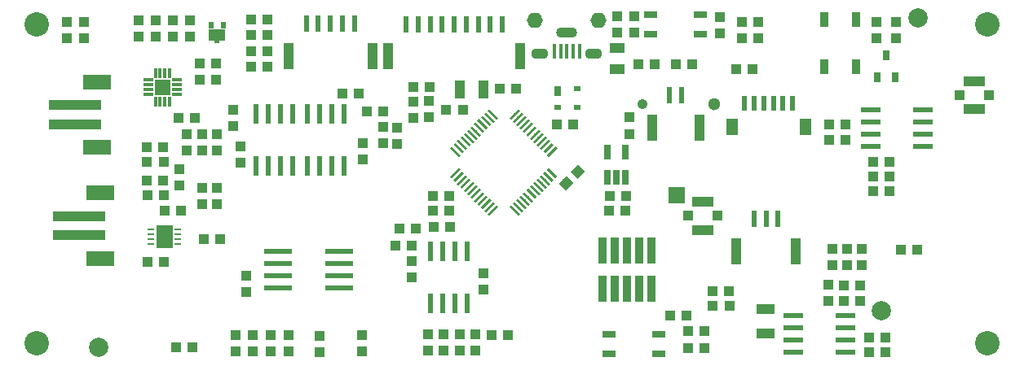
<source format=gbr>
G04 #@! TF.GenerationSoftware,KiCad,Pcbnew,(5.0.0)*
G04 #@! TF.CreationDate,2018-12-27T15:43:29-06:00*
G04 #@! TF.ProjectId,fk-core,666B2D636F72652E6B696361645F7063,0.1*
G04 #@! TF.SameCoordinates,PX791ddc0PY791ddc0*
G04 #@! TF.FileFunction,Soldermask,Top*
G04 #@! TF.FilePolarity,Negative*
%FSLAX46Y46*%
G04 Gerber Fmt 4.6, Leading zero omitted, Abs format (unit mm)*
G04 Created by KiCad (PCBNEW (5.0.0)) date 12/27/18 15:43:29*
%MOMM*%
%LPD*%
G01*
G04 APERTURE LIST*
%ADD10C,0.250000*%
%ADD11C,0.100000*%
%ADD12R,1.000000X1.100000*%
%ADD13R,1.100000X1.000000*%
%ADD14R,0.600000X1.700000*%
%ADD15R,1.000000X2.800000*%
%ADD16R,5.500000X1.000000*%
%ADD17R,3.000000X1.600000*%
%ADD18O,1.651000X1.600000*%
%ADD19R,0.450000X1.500000*%
%ADD20O,1.800000X1.100000*%
%ADD21O,2.200000X1.100000*%
%ADD22R,0.700000X0.250000*%
%ADD23R,1.660000X2.380000*%
%ADD24R,0.650000X1.560000*%
%ADD25R,1.700000X1.700000*%
%ADD26R,3.000000X0.600000*%
%ADD27R,0.600000X2.000000*%
%ADD28R,1.500000X1.000000*%
%ADD29R,1.450000X0.700000*%
%ADD30C,1.050000*%
%ADD31C,1.300000*%
%ADD32R,0.900000X1.500000*%
%ADD33R,0.600000X0.700000*%
%ADD34R,1.800000X1.300000*%
%ADD35R,0.600000X0.450000*%
%ADD36R,0.700000X1.000000*%
%ADD37R,0.700000X0.600000*%
%ADD38C,2.000000*%
%ADD39R,0.650000X1.050000*%
%ADD40R,0.890000X0.890000*%
%ADD41R,0.990000X0.420000*%
%ADD42R,0.420000X0.990000*%
%ADD43R,0.440000X0.990000*%
%ADD44R,2.000000X0.600000*%
%ADD45R,1.100000X1.900000*%
%ADD46R,1.900000X1.100000*%
%ADD47R,0.600000X1.550000*%
%ADD48R,1.200000X1.800000*%
%ADD49R,0.950000X2.700000*%
%ADD50C,1.000000*%
%ADD51R,2.200000X1.050000*%
%ADD52R,1.050000X1.000000*%
%ADD53C,2.540000*%
G04 APERTURE END LIST*
D10*
G04 #@! TO.C,U2*
X-3493571Y6519058D03*
D11*
G36*
X-4041579Y6890289D02*
X-3864802Y7067066D01*
X-2945563Y6147827D01*
X-3122340Y5971050D01*
X-4041579Y6890289D01*
X-4041579Y6890289D01*
G37*
D10*
X-3847124Y6165505D03*
D11*
G36*
X-4395132Y6536736D02*
X-4218355Y6713513D01*
X-3299116Y5794274D01*
X-3475893Y5617497D01*
X-4395132Y6536736D01*
X-4395132Y6536736D01*
G37*
D10*
X-4200678Y5811951D03*
D11*
G36*
X-4748686Y6183182D02*
X-4571909Y6359959D01*
X-3652670Y5440720D01*
X-3829447Y5263943D01*
X-4748686Y6183182D01*
X-4748686Y6183182D01*
G37*
D10*
X-4554231Y5458398D03*
D11*
G36*
X-5102239Y5829629D02*
X-4925462Y6006406D01*
X-4006223Y5087167D01*
X-4183000Y4910390D01*
X-5102239Y5829629D01*
X-5102239Y5829629D01*
G37*
D10*
X-4907784Y5104845D03*
D11*
G36*
X-5455792Y5476076D02*
X-5279015Y5652853D01*
X-4359776Y4733614D01*
X-4536553Y4556837D01*
X-5455792Y5476076D01*
X-5455792Y5476076D01*
G37*
D10*
X-5261338Y4751291D03*
D11*
G36*
X-5809346Y5122522D02*
X-5632569Y5299299D01*
X-4713330Y4380060D01*
X-4890107Y4203283D01*
X-5809346Y5122522D01*
X-5809346Y5122522D01*
G37*
D10*
X-5614891Y4397738D03*
D11*
G36*
X-6162899Y4768969D02*
X-5986122Y4945746D01*
X-5066883Y4026507D01*
X-5243660Y3849730D01*
X-6162899Y4768969D01*
X-6162899Y4768969D01*
G37*
D10*
X-5968445Y4044184D03*
D11*
G36*
X-6516453Y4415415D02*
X-6339676Y4592192D01*
X-5420437Y3672953D01*
X-5597214Y3496176D01*
X-6516453Y4415415D01*
X-6516453Y4415415D01*
G37*
D10*
X-6321998Y3690631D03*
D11*
G36*
X-6870006Y4061862D02*
X-6693229Y4238639D01*
X-5773990Y3319400D01*
X-5950767Y3142623D01*
X-6870006Y4061862D01*
X-6870006Y4061862D01*
G37*
D10*
X-6675551Y3337078D03*
D11*
G36*
X-7223559Y3708309D02*
X-7046782Y3885086D01*
X-6127543Y2965847D01*
X-6304320Y2789070D01*
X-7223559Y3708309D01*
X-7223559Y3708309D01*
G37*
D10*
X-7029105Y2983524D03*
D11*
G36*
X-7577113Y3354755D02*
X-7400336Y3531532D01*
X-6481097Y2612293D01*
X-6657874Y2435516D01*
X-7577113Y3354755D01*
X-7577113Y3354755D01*
G37*
D10*
X-7382658Y2629971D03*
D11*
G36*
X-7930666Y3001202D02*
X-7753889Y3177979D01*
X-6834650Y2258740D01*
X-7011427Y2081963D01*
X-7930666Y3001202D01*
X-7930666Y3001202D01*
G37*
D10*
X-7382658Y367229D03*
D11*
G36*
X-7753889Y-180779D02*
X-7930666Y-4002D01*
X-7011427Y915237D01*
X-6834650Y738460D01*
X-7753889Y-180779D01*
X-7753889Y-180779D01*
G37*
D10*
X-7029105Y13676D03*
D11*
G36*
X-7400336Y-534332D02*
X-7577113Y-357555D01*
X-6657874Y561684D01*
X-6481097Y384907D01*
X-7400336Y-534332D01*
X-7400336Y-534332D01*
G37*
D10*
X-6675551Y-339878D03*
D11*
G36*
X-7046782Y-887886D02*
X-7223559Y-711109D01*
X-6304320Y208130D01*
X-6127543Y31353D01*
X-7046782Y-887886D01*
X-7046782Y-887886D01*
G37*
D10*
X-6321998Y-693431D03*
D11*
G36*
X-6693229Y-1241439D02*
X-6870006Y-1064662D01*
X-5950767Y-145423D01*
X-5773990Y-322200D01*
X-6693229Y-1241439D01*
X-6693229Y-1241439D01*
G37*
D10*
X-5968445Y-1046984D03*
D11*
G36*
X-6339676Y-1594992D02*
X-6516453Y-1418215D01*
X-5597214Y-498976D01*
X-5420437Y-675753D01*
X-6339676Y-1594992D01*
X-6339676Y-1594992D01*
G37*
D10*
X-5614891Y-1400538D03*
D11*
G36*
X-5986122Y-1948546D02*
X-6162899Y-1771769D01*
X-5243660Y-852530D01*
X-5066883Y-1029307D01*
X-5986122Y-1948546D01*
X-5986122Y-1948546D01*
G37*
D10*
X-5261338Y-1754091D03*
D11*
G36*
X-5632569Y-2302099D02*
X-5809346Y-2125322D01*
X-4890107Y-1206083D01*
X-4713330Y-1382860D01*
X-5632569Y-2302099D01*
X-5632569Y-2302099D01*
G37*
D10*
X-4907784Y-2107645D03*
D11*
G36*
X-5279015Y-2655653D02*
X-5455792Y-2478876D01*
X-4536553Y-1559637D01*
X-4359776Y-1736414D01*
X-5279015Y-2655653D01*
X-5279015Y-2655653D01*
G37*
D10*
X-4554231Y-2461198D03*
D11*
G36*
X-4925462Y-3009206D02*
X-5102239Y-2832429D01*
X-4183000Y-1913190D01*
X-4006223Y-2089967D01*
X-4925462Y-3009206D01*
X-4925462Y-3009206D01*
G37*
D10*
X-4200678Y-2814751D03*
D11*
G36*
X-4571909Y-3362759D02*
X-4748686Y-3185982D01*
X-3829447Y-2266743D01*
X-3652670Y-2443520D01*
X-4571909Y-3362759D01*
X-4571909Y-3362759D01*
G37*
D10*
X-3847124Y-3168305D03*
D11*
G36*
X-4218355Y-3716313D02*
X-4395132Y-3539536D01*
X-3475893Y-2620297D01*
X-3299116Y-2797074D01*
X-4218355Y-3716313D01*
X-4218355Y-3716313D01*
G37*
D10*
X-3493571Y-3521858D03*
D11*
G36*
X-3864802Y-4069866D02*
X-4041579Y-3893089D01*
X-3122340Y-2973850D01*
X-2945563Y-3150627D01*
X-3864802Y-4069866D01*
X-3864802Y-4069866D01*
G37*
D10*
X-1230829Y-3521858D03*
D11*
G36*
X-1778837Y-3150627D02*
X-1602060Y-2973850D01*
X-682821Y-3893089D01*
X-859598Y-4069866D01*
X-1778837Y-3150627D01*
X-1778837Y-3150627D01*
G37*
D10*
X-877276Y-3168305D03*
D11*
G36*
X-1425284Y-2797074D02*
X-1248507Y-2620297D01*
X-329268Y-3539536D01*
X-506045Y-3716313D01*
X-1425284Y-2797074D01*
X-1425284Y-2797074D01*
G37*
D10*
X-523722Y-2814751D03*
D11*
G36*
X-1071730Y-2443520D02*
X-894953Y-2266743D01*
X24286Y-3185982D01*
X-152491Y-3362759D01*
X-1071730Y-2443520D01*
X-1071730Y-2443520D01*
G37*
D10*
X-170169Y-2461198D03*
D11*
G36*
X-718177Y-2089967D02*
X-541400Y-1913190D01*
X377839Y-2832429D01*
X201062Y-3009206D01*
X-718177Y-2089967D01*
X-718177Y-2089967D01*
G37*
D10*
X183384Y-2107645D03*
D11*
G36*
X-364624Y-1736414D02*
X-187847Y-1559637D01*
X731392Y-2478876D01*
X554615Y-2655653D01*
X-364624Y-1736414D01*
X-364624Y-1736414D01*
G37*
D10*
X536938Y-1754091D03*
D11*
G36*
X-11070Y-1382860D02*
X165707Y-1206083D01*
X1084946Y-2125322D01*
X908169Y-2302099D01*
X-11070Y-1382860D01*
X-11070Y-1382860D01*
G37*
D10*
X890491Y-1400538D03*
D11*
G36*
X342483Y-1029307D02*
X519260Y-852530D01*
X1438499Y-1771769D01*
X1261722Y-1948546D01*
X342483Y-1029307D01*
X342483Y-1029307D01*
G37*
D10*
X1244045Y-1046984D03*
D11*
G36*
X696037Y-675753D02*
X872814Y-498976D01*
X1792053Y-1418215D01*
X1615276Y-1594992D01*
X696037Y-675753D01*
X696037Y-675753D01*
G37*
D10*
X1597598Y-693431D03*
D11*
G36*
X1049590Y-322200D02*
X1226367Y-145423D01*
X2145606Y-1064662D01*
X1968829Y-1241439D01*
X1049590Y-322200D01*
X1049590Y-322200D01*
G37*
D10*
X1951151Y-339878D03*
D11*
G36*
X1403143Y31353D02*
X1579920Y208130D01*
X2499159Y-711109D01*
X2322382Y-887886D01*
X1403143Y31353D01*
X1403143Y31353D01*
G37*
D10*
X2304705Y13676D03*
D11*
G36*
X1756697Y384907D02*
X1933474Y561684D01*
X2852713Y-357555D01*
X2675936Y-534332D01*
X1756697Y384907D01*
X1756697Y384907D01*
G37*
D10*
X2658258Y367229D03*
D11*
G36*
X2110250Y738460D02*
X2287027Y915237D01*
X3206266Y-4002D01*
X3029489Y-180779D01*
X2110250Y738460D01*
X2110250Y738460D01*
G37*
D10*
X2658258Y2629971D03*
D11*
G36*
X2287027Y2081963D02*
X2110250Y2258740D01*
X3029489Y3177979D01*
X3206266Y3001202D01*
X2287027Y2081963D01*
X2287027Y2081963D01*
G37*
D10*
X2304705Y2983524D03*
D11*
G36*
X1933474Y2435516D02*
X1756697Y2612293D01*
X2675936Y3531532D01*
X2852713Y3354755D01*
X1933474Y2435516D01*
X1933474Y2435516D01*
G37*
D10*
X1951151Y3337078D03*
D11*
G36*
X1579920Y2789070D02*
X1403143Y2965847D01*
X2322382Y3885086D01*
X2499159Y3708309D01*
X1579920Y2789070D01*
X1579920Y2789070D01*
G37*
D10*
X1597598Y3690631D03*
D11*
G36*
X1226367Y3142623D02*
X1049590Y3319400D01*
X1968829Y4238639D01*
X2145606Y4061862D01*
X1226367Y3142623D01*
X1226367Y3142623D01*
G37*
D10*
X1244045Y4044184D03*
D11*
G36*
X872814Y3496176D02*
X696037Y3672953D01*
X1615276Y4592192D01*
X1792053Y4415415D01*
X872814Y3496176D01*
X872814Y3496176D01*
G37*
D10*
X890491Y4397738D03*
D11*
G36*
X519260Y3849730D02*
X342483Y4026507D01*
X1261722Y4945746D01*
X1438499Y4768969D01*
X519260Y3849730D01*
X519260Y3849730D01*
G37*
D10*
X536938Y4751291D03*
D11*
G36*
X165707Y4203283D02*
X-11070Y4380060D01*
X908169Y5299299D01*
X1084946Y5122522D01*
X165707Y4203283D01*
X165707Y4203283D01*
G37*
D10*
X183384Y5104845D03*
D11*
G36*
X-187847Y4556837D02*
X-364624Y4733614D01*
X554615Y5652853D01*
X731392Y5476076D01*
X-187847Y4556837D01*
X-187847Y4556837D01*
G37*
D10*
X-170169Y5458398D03*
D11*
G36*
X-541400Y4910390D02*
X-718177Y5087167D01*
X201062Y6006406D01*
X377839Y5829629D01*
X-541400Y4910390D01*
X-541400Y4910390D01*
G37*
D10*
X-523722Y5811951D03*
D11*
G36*
X-894953Y5263943D02*
X-1071730Y5440720D01*
X-152491Y6359959D01*
X24286Y6183182D01*
X-894953Y5263943D01*
X-894953Y5263943D01*
G37*
D10*
X-877276Y6165505D03*
D11*
G36*
X-1248507Y5617497D02*
X-1425284Y5794274D01*
X-506045Y6713513D01*
X-329268Y6536736D01*
X-1248507Y5617497D01*
X-1248507Y5617497D01*
G37*
D10*
X-1230829Y6519058D03*
D11*
G36*
X-1602060Y5971050D02*
X-1778837Y6147827D01*
X-859598Y7067066D01*
X-682821Y6890289D01*
X-1602060Y5971050D01*
X-1602060Y5971050D01*
G37*
G04 #@! TD*
D12*
G04 #@! TO.C,D4*
X-45974000Y16090000D03*
X-45974000Y14390000D03*
G04 #@! TD*
D13*
G04 #@! TO.C,R48*
X23456000Y11176000D03*
X21756000Y11176000D03*
G04 #@! TD*
D12*
G04 #@! TO.C,R47*
X-47752000Y14390000D03*
X-47752000Y16090000D03*
G04 #@! TD*
D14*
G04 #@! TO.C,J17*
X-2493000Y15894600D03*
X-3743000Y15894600D03*
X-4993000Y15894600D03*
X-6243000Y15894600D03*
X-7493000Y15894600D03*
X-8743000Y15894600D03*
X-9993000Y15894600D03*
X-11243000Y15894600D03*
X-12493000Y15894600D03*
D15*
X-643000Y12544600D03*
X-14343000Y12544600D03*
G04 #@! TD*
D16*
G04 #@! TO.C,J3*
X-46863000Y7477000D03*
X-46863000Y5477000D03*
D17*
X-44613000Y9877000D03*
X-44613000Y3077000D03*
G04 #@! TD*
D16*
G04 #@! TO.C,J10*
X-46482000Y-4096000D03*
X-46482000Y-6096000D03*
D17*
X-44232000Y-1696000D03*
X-44232000Y-8496000D03*
G04 #@! TD*
D18*
G04 #@! TO.C,J9*
X861000Y16259000D03*
X7461000Y16259000D03*
G04 #@! TD*
D19*
G04 #@! TO.C,J16*
X5491000Y13077000D03*
D20*
X6991000Y12827000D03*
X1391000Y12827000D03*
D19*
X4191000Y13077000D03*
X4841000Y13077000D03*
X3541000Y13077000D03*
X2891000Y13077000D03*
D21*
X4191000Y14977000D03*
G04 #@! TD*
D22*
G04 #@! TO.C,U15*
X-36192000Y-6973000D03*
X-36192000Y-6473000D03*
X-36192000Y-5973000D03*
X-36192000Y-5473000D03*
X-38992000Y-5473000D03*
X-38992000Y-5973000D03*
X-38992000Y-6473000D03*
X-38992000Y-6973000D03*
D23*
X-37592000Y-6223000D03*
G04 #@! TD*
D13*
G04 #@! TO.C,C39*
X-39419000Y-381000D03*
X-37719000Y-381000D03*
G04 #@! TD*
G04 #@! TO.C,C40*
X-37553000Y-3556000D03*
X-35853000Y-3556000D03*
G04 #@! TD*
D12*
G04 #@! TO.C,R46*
X-33655000Y-1182000D03*
X-33655000Y-2882000D03*
G04 #@! TD*
G04 #@! TO.C,R45*
X-32131000Y-2882000D03*
X-32131000Y-1182000D03*
G04 #@! TD*
D13*
G04 #@! TO.C,R44*
X-39331000Y-8890000D03*
X-37631000Y-8890000D03*
G04 #@! TD*
G04 #@! TO.C,R43*
X-31789000Y-6477000D03*
X-33489000Y-6477000D03*
G04 #@! TD*
G04 #@! TO.C,R42*
X-39331000Y-1905000D03*
X-37631000Y-1905000D03*
G04 #@! TD*
D24*
G04 #@! TO.C,U4*
X8397200Y-105400D03*
X9347200Y-105400D03*
X10297200Y-105400D03*
X10297200Y2594600D03*
X8397200Y2594600D03*
G04 #@! TD*
D14*
G04 #@! TO.C,J6*
X-17864200Y15923000D03*
X-19114200Y15923000D03*
X-20364200Y15923000D03*
X-21614200Y15923000D03*
X-22864200Y15923000D03*
D15*
X-16014200Y12573000D03*
X-24714200Y12573000D03*
G04 #@! TD*
D14*
G04 #@! TO.C,J8*
X16131700Y8477800D03*
X14881700Y8477800D03*
D15*
X17981700Y5127800D03*
X13031700Y5127800D03*
G04 #@! TD*
D13*
G04 #@! TO.C,L3*
X40575600Y-7620000D03*
X38875600Y-7620000D03*
G04 #@! TD*
D25*
G04 #@! TO.C,J4*
X15621000Y-1905000D03*
G04 #@! TD*
D26*
G04 #@! TO.C,U5*
X-25806000Y-11557000D03*
X-25806000Y-10287000D03*
X-25806000Y-9017000D03*
X-25806000Y-7747000D03*
X-19406000Y-7747000D03*
X-19406000Y-9017000D03*
X-19406000Y-10287000D03*
X-19406000Y-11557000D03*
G04 #@! TD*
D27*
G04 #@! TO.C,U9*
X-18923000Y1110000D03*
X-20193000Y1110000D03*
X-21463000Y1110000D03*
X-22733000Y1110000D03*
X-22733000Y6510000D03*
X-21463000Y6510000D03*
X-20193000Y6510000D03*
X-18923000Y6510000D03*
G04 #@! TD*
D28*
G04 #@! TO.C,F1*
X9398000Y13419000D03*
X9398000Y11219000D03*
G04 #@! TD*
D12*
G04 #@! TO.C,C16*
X-6926802Y-16440022D03*
X-6926802Y-18140022D03*
G04 #@! TD*
D14*
G04 #@! TO.C,J5*
X26142000Y-4400000D03*
X24892000Y-4400000D03*
X23642000Y-4400000D03*
D15*
X27992000Y-7750000D03*
X21792000Y-7750000D03*
G04 #@! TD*
D29*
G04 #@! TO.C,SW2*
X18035900Y16875000D03*
X12875900Y16875000D03*
X12875900Y14875000D03*
X18035900Y14875000D03*
G04 #@! TD*
G04 #@! TO.C,SW1*
X8545200Y-18399000D03*
X13705200Y-18399000D03*
X13705200Y-16399000D03*
X8545200Y-16399000D03*
G04 #@! TD*
D30*
G04 #@! TO.C,BT1*
X12023600Y7518400D03*
D31*
X19473600Y7518400D03*
G04 #@! TD*
D32*
G04 #@! TO.C,U13*
X30912800Y11431100D03*
X34212800Y11431100D03*
X34212800Y16331100D03*
X30912800Y16331100D03*
G04 #@! TD*
D12*
G04 #@! TO.C,C33*
X-10228802Y-16440022D03*
X-10228802Y-18140022D03*
G04 #@! TD*
G04 #@! TO.C,C34*
X-8577802Y-16440022D03*
X-8577802Y-18140022D03*
G04 #@! TD*
G04 #@! TO.C,R7*
X-11938000Y-10502000D03*
X-11938000Y-8802000D03*
G04 #@! TD*
D13*
G04 #@! TO.C,C1*
X-10072000Y9296400D03*
X-11772000Y9296400D03*
G04 #@! TD*
G04 #@! TO.C,C2*
X19368400Y-13462000D03*
X21068400Y-13462000D03*
G04 #@! TD*
G04 #@! TO.C,C3*
X-8317600Y6959600D03*
X-6617600Y6959600D03*
G04 #@! TD*
G04 #@! TO.C,C4*
X-1080400Y9194800D03*
X-2780400Y9194800D03*
G04 #@! TD*
G04 #@! TO.C,C5*
X-7989200Y-2006600D03*
X-9689200Y-2006600D03*
G04 #@! TD*
D12*
G04 #@! TO.C,C7*
X-11734800Y6109600D03*
X-11734800Y7809600D03*
G04 #@! TD*
G04 #@! TO.C,C10*
X11176000Y16725000D03*
X11176000Y15025000D03*
G04 #@! TD*
G04 #@! TO.C,C11*
X10668000Y4458600D03*
X10668000Y6158600D03*
G04 #@! TD*
D13*
G04 #@! TO.C,C12*
X-32197353Y11760341D03*
X-33897353Y11760341D03*
G04 #@! TD*
G04 #@! TO.C,C15*
X-7963800Y-5207000D03*
X-9663800Y-5207000D03*
G04 #@! TD*
D12*
G04 #@! TO.C,C18*
X-29083000Y-10326000D03*
X-29083000Y-12026000D03*
G04 #@! TD*
D13*
G04 #@! TO.C,C19*
X-39458000Y3048000D03*
X-37758000Y3048000D03*
G04 #@! TD*
G04 #@! TO.C,C20*
X-34456000Y6096000D03*
X-36156000Y6096000D03*
G04 #@! TD*
G04 #@! TO.C,C21*
X-19138000Y8636000D03*
X-17438000Y8636000D03*
G04 #@! TD*
D12*
G04 #@! TO.C,C22*
X31318200Y-12965800D03*
X31318200Y-11265800D03*
G04 #@! TD*
D13*
G04 #@! TO.C,C24*
X34644700Y-11290300D03*
X32944700Y-11290300D03*
G04 #@! TD*
D12*
G04 #@! TO.C,D1*
X36347400Y14418600D03*
X36347400Y16118600D03*
G04 #@! TD*
G04 #@! TO.C,D2*
X-28397200Y-16450600D03*
X-28397200Y-18150600D03*
G04 #@! TD*
G04 #@! TO.C,D3*
X-24731530Y-16470430D03*
X-24731530Y-18170430D03*
G04 #@! TD*
D33*
G04 #@! TO.C,D7*
X-31481000Y15807400D03*
X-32781000Y15807400D03*
D34*
X-32131000Y14757400D03*
D35*
X-32131000Y14082400D03*
G04 #@! TD*
D36*
G04 #@! TO.C,D8*
X3260000Y8950000D03*
D37*
X3260000Y7250000D03*
X5260000Y7250000D03*
X5260000Y9150000D03*
G04 #@! TD*
D13*
G04 #@! TO.C,D9*
X-28612200Y16335400D03*
X-26912200Y16335400D03*
G04 #@! TD*
G04 #@! TO.C,D10*
X-28612200Y13084200D03*
X-26912200Y13084200D03*
G04 #@! TD*
D12*
G04 #@! TO.C,D11*
X22372800Y14390000D03*
X22372800Y16090000D03*
G04 #@! TD*
G04 #@! TO.C,L1*
X-10160000Y6160400D03*
X-10160000Y7860400D03*
G04 #@! TD*
G04 #@! TO.C,L2*
X9398000Y16725000D03*
X9398000Y15025000D03*
G04 #@! TD*
D38*
G04 #@! TO.C,M2*
X36830000Y-13970000D03*
G04 #@! TD*
G04 #@! TO.C,M5*
X40640000Y16510000D03*
G04 #@! TD*
G04 #@! TO.C,M8*
X-44450000Y-17780000D03*
G04 #@! TD*
D39*
G04 #@! TO.C,Q1*
X36413400Y10327000D03*
X38313400Y10327000D03*
X37363400Y12627000D03*
G04 #@! TD*
D13*
G04 #@! TO.C,R1*
X-36410000Y-17780000D03*
X-34710000Y-17780000D03*
G04 #@! TD*
D12*
G04 #@! TO.C,R2*
X-17094200Y-16450600D03*
X-17094200Y-18150600D03*
G04 #@! TD*
G04 #@! TO.C,R3*
X38379400Y16118600D03*
X38379400Y14418600D03*
G04 #@! TD*
G04 #@! TO.C,R4*
X-30226000Y-16450600D03*
X-30226000Y-18150600D03*
G04 #@! TD*
G04 #@! TO.C,R5*
X-26568400Y-16501400D03*
X-26568400Y-18201400D03*
G04 #@! TD*
G04 #@! TO.C,R6*
X-4445000Y-11772000D03*
X-4445000Y-10072000D03*
G04 #@! TD*
D13*
G04 #@! TO.C,R8*
X18503000Y-17856200D03*
X16803000Y-17856200D03*
G04 #@! TD*
G04 #@! TO.C,R9*
X18503000Y-16078200D03*
X16803000Y-16078200D03*
G04 #@! TD*
G04 #@! TO.C,R10*
X11621400Y11684000D03*
X13321400Y11684000D03*
G04 #@! TD*
G04 #@! TO.C,R17*
X17182200Y11684000D03*
X15482200Y11684000D03*
G04 #@! TD*
G04 #@! TO.C,R21*
X-32197353Y10083941D03*
X-33897353Y10083941D03*
G04 #@! TD*
D12*
G04 #@! TO.C,R22*
X-34977753Y16267941D03*
X-34977753Y14567941D03*
G04 #@! TD*
G04 #@! TO.C,R24*
X-36755753Y16267941D03*
X-36755753Y14567941D03*
G04 #@! TD*
G04 #@! TO.C,R25*
X-38482953Y16267941D03*
X-38482953Y14567941D03*
G04 #@! TD*
D13*
G04 #@! TO.C,R32*
X-28612200Y14709800D03*
X-26912200Y14709800D03*
G04 #@! TD*
G04 #@! TO.C,R33*
X-28612200Y11458600D03*
X-26912200Y11458600D03*
G04 #@! TD*
D12*
G04 #@! TO.C,R34*
X-40260953Y14567941D03*
X-40260953Y16267941D03*
G04 #@! TD*
D13*
G04 #@! TO.C,R35*
X10298800Y-3530600D03*
X8598800Y-3530600D03*
G04 #@! TD*
G04 #@! TO.C,R36*
X10324200Y-1981200D03*
X8624200Y-1981200D03*
G04 #@! TD*
G04 #@! TO.C,R37*
X34657400Y-12915900D03*
X32957400Y-12915900D03*
G04 #@! TD*
D12*
G04 #@! TO.C,R39*
X24100000Y14390000D03*
X24100000Y16090000D03*
G04 #@! TD*
D40*
G04 #@! TO.C,U6*
X-37409083Y8945133D03*
X-37409083Y9695133D03*
X-38159083Y9695133D03*
X-38159083Y8945133D03*
D41*
X-39259083Y10070133D03*
X-39259083Y9570133D03*
X-39259083Y9070133D03*
X-39259083Y8570133D03*
D42*
X-38534083Y7845133D03*
X-38034083Y7845133D03*
D43*
X-37534083Y7845133D03*
D42*
X-37034083Y7845133D03*
D41*
X-36309083Y8570133D03*
X-36309083Y9070133D03*
X-36309083Y9570133D03*
X-36309083Y10070133D03*
D42*
X-37034083Y10795133D03*
X-37534083Y10795133D03*
X-38034083Y10795133D03*
D43*
X-38534083Y10795133D03*
G04 #@! TD*
D44*
G04 #@! TO.C,U7*
X33103800Y-14478000D03*
X33103800Y-15748000D03*
X33103800Y-17018000D03*
X33103800Y-18288000D03*
X27703800Y-18288000D03*
X27703800Y-17018000D03*
X27703800Y-15748000D03*
X27703800Y-14478000D03*
G04 #@! TD*
D27*
G04 #@! TO.C,U12*
X-6159500Y-13147000D03*
X-7429500Y-13147000D03*
X-8699500Y-13147000D03*
X-9969500Y-13147000D03*
X-9969500Y-7747000D03*
X-8699500Y-7747000D03*
X-7429500Y-7747000D03*
X-6159500Y-7747000D03*
G04 #@! TD*
D45*
G04 #@! TO.C,Y1*
X-6939599Y9042400D03*
X-4439601Y9042400D03*
G04 #@! TD*
D46*
G04 #@! TO.C,Y2*
X24815800Y-16312200D03*
X24815800Y-13812200D03*
G04 #@! TD*
D12*
G04 #@! TO.C,C17*
X-5275802Y-16440022D03*
X-5275802Y-18140022D03*
G04 #@! TD*
D47*
G04 #@! TO.C,J13*
X27646000Y7675000D03*
X26646000Y7675000D03*
X25646000Y7675000D03*
X24646000Y7675000D03*
X23646000Y7675000D03*
X22646000Y7675000D03*
D48*
X28946000Y5150000D03*
X21346000Y5150000D03*
G04 #@! TD*
D12*
G04 #@! TO.C,C23*
X-33655000Y4406000D03*
X-33655000Y2706000D03*
G04 #@! TD*
G04 #@! TO.C,C25*
X-29718000Y1436000D03*
X-29718000Y3136000D03*
G04 #@! TD*
G04 #@! TO.C,R11*
X-35306000Y4406000D03*
X-35306000Y2706000D03*
G04 #@! TD*
G04 #@! TO.C,R12*
X-32131000Y4406000D03*
X-32131000Y2706000D03*
G04 #@! TD*
D27*
G04 #@! TO.C,U8*
X-24257000Y1110000D03*
X-25527000Y1110000D03*
X-26797000Y1110000D03*
X-28067000Y1110000D03*
X-28067000Y6510000D03*
X-26797000Y6510000D03*
X-25527000Y6510000D03*
X-24257000Y6510000D03*
G04 #@! TD*
D12*
G04 #@! TO.C,C26*
X-30480000Y6946000D03*
X-30480000Y5246000D03*
G04 #@! TD*
G04 #@! TO.C,C29*
X-14859000Y3468000D03*
X-14859000Y5168000D03*
G04 #@! TD*
G04 #@! TO.C,C30*
X-17018000Y3517000D03*
X-17018000Y1817000D03*
G04 #@! TD*
D13*
G04 #@! TO.C,R13*
X-14860800Y6807200D03*
X-16560800Y6807200D03*
G04 #@! TD*
D12*
G04 #@! TO.C,R14*
X-13462000Y5129000D03*
X-13462000Y3429000D03*
G04 #@! TD*
D49*
G04 #@! TO.C,J7*
X12954000Y-7652000D03*
X12954000Y-11652000D03*
X11684000Y-7652000D03*
X11684000Y-11652000D03*
X10414000Y-7652000D03*
X10414000Y-11652000D03*
X9144000Y-7652000D03*
X9144000Y-11652000D03*
X7874000Y-7652000D03*
X7874000Y-11652000D03*
G04 #@! TD*
D12*
G04 #@! TO.C,C31*
X31750000Y-7532000D03*
X31750000Y-9232000D03*
G04 #@! TD*
G04 #@! TO.C,C32*
X34798000Y-9232000D03*
X34798000Y-7532000D03*
G04 #@! TD*
G04 #@! TO.C,C35*
X33274000Y-9232000D03*
X33274000Y-7532000D03*
G04 #@! TD*
D13*
G04 #@! TO.C,R15*
X-13638000Y-7162800D03*
X-11938000Y-7162800D03*
G04 #@! TD*
G04 #@! TO.C,R16*
X-13208000Y-5359400D03*
X-11508000Y-5359400D03*
G04 #@! TD*
G04 #@! TO.C,R18*
X-3644000Y-16510000D03*
X-1944000Y-16510000D03*
G04 #@! TD*
D12*
G04 #@! TO.C,R19*
X-21463000Y-18249000D03*
X-21463000Y-16549000D03*
G04 #@! TD*
D13*
G04 #@! TO.C,C6*
X3163200Y5435600D03*
X4863200Y5435600D03*
G04 #@! TD*
G04 #@! TO.C,C8*
X-7989200Y-3505200D03*
X-9689200Y-3505200D03*
G04 #@! TD*
D50*
G04 #@! TO.C,C9*
X4123359Y-677241D03*
D11*
G36*
X4158714Y65221D02*
X4865821Y-641886D01*
X4088004Y-1419703D01*
X3380897Y-712596D01*
X4158714Y65221D01*
X4158714Y65221D01*
G37*
D50*
X5325441Y524841D03*
D11*
G36*
X5360796Y1267303D02*
X6067903Y560196D01*
X5290086Y-217621D01*
X4582979Y489486D01*
X5360796Y1267303D01*
X5360796Y1267303D01*
G37*
G04 #@! TD*
D13*
G04 #@! TO.C,C13*
X19317600Y-11912600D03*
X21017600Y-11912600D03*
G04 #@! TD*
G04 #@! TO.C,C27*
X33108000Y3810000D03*
X31408000Y3810000D03*
G04 #@! TD*
G04 #@! TO.C,C28*
X33119800Y5476240D03*
X31419800Y5476240D03*
G04 #@! TD*
G04 #@! TO.C,C36*
X37680000Y1524000D03*
X35980000Y1524000D03*
G04 #@! TD*
D51*
G04 #@! TO.C,J11*
X46531800Y9958600D03*
D52*
X48056800Y8483600D03*
D51*
X46531800Y7008600D03*
D52*
X45006800Y8483600D03*
G04 #@! TD*
G04 #@! TO.C,J15*
X16763000Y-4064000D03*
D51*
X18288000Y-5539000D03*
D52*
X19813000Y-4064000D03*
D51*
X18288000Y-2589000D03*
G04 #@! TD*
D53*
G04 #@! TO.C,M1*
X47865000Y-17365000D03*
G04 #@! TD*
G04 #@! TO.C,M3*
X-50865000Y-17365000D03*
G04 #@! TD*
G04 #@! TO.C,M4*
X47865000Y15865000D03*
G04 #@! TD*
G04 #@! TO.C,M6*
X-50865000Y15865000D03*
G04 #@! TD*
D13*
G04 #@! TO.C,R29*
X35980000Y-1524000D03*
X37680000Y-1524000D03*
G04 #@! TD*
G04 #@! TO.C,R38*
X35980000Y0D03*
X37680000Y0D03*
G04 #@! TD*
D44*
G04 #@! TO.C,U11*
X41181000Y6959600D03*
X41181000Y5689600D03*
X41181000Y4419600D03*
X41181000Y3149600D03*
X35781000Y3149600D03*
X35781000Y4419600D03*
X35781000Y5689600D03*
X35781000Y6959600D03*
G04 #@! TD*
D13*
G04 #@! TO.C,R20*
X-39388330Y1524000D03*
X-37688330Y1524000D03*
G04 #@! TD*
D12*
G04 #@! TO.C,R28*
X-36068000Y-938000D03*
X-36068000Y762000D03*
G04 #@! TD*
D13*
G04 #@! TO.C,R40*
X35599000Y-18288000D03*
X37299000Y-18288000D03*
G04 #@! TD*
G04 #@! TO.C,R41*
X37260000Y-16764000D03*
X35560000Y-16764000D03*
G04 #@! TD*
D12*
G04 #@! TO.C,C37*
X20066000Y14898000D03*
X20066000Y16598000D03*
G04 #@! TD*
D13*
G04 #@! TO.C,C38*
X14898000Y-14478000D03*
X16598000Y-14478000D03*
G04 #@! TD*
M02*

</source>
